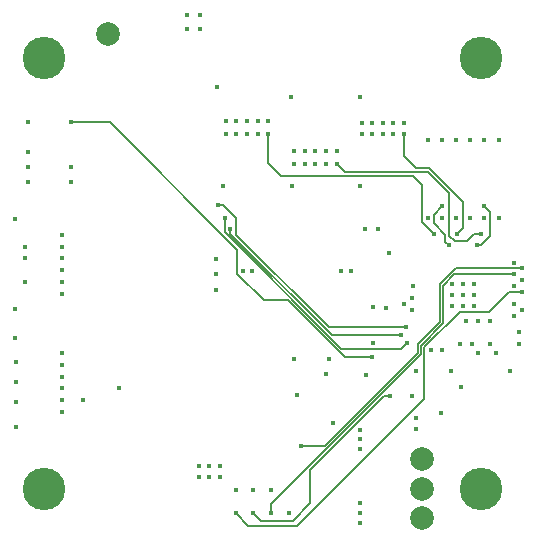
<source format=gbr>
%TF.GenerationSoftware,KiCad,Pcbnew,8.0.7*%
%TF.CreationDate,2025-04-07T22:13:35-04:00*%
%TF.ProjectId,motor-controller,6d6f746f-722d-4636-9f6e-74726f6c6c65,1*%
%TF.SameCoordinates,Original*%
%TF.FileFunction,Copper,L5,Inr*%
%TF.FilePolarity,Positive*%
%FSLAX46Y46*%
G04 Gerber Fmt 4.6, Leading zero omitted, Abs format (unit mm)*
G04 Created by KiCad (PCBNEW 8.0.7) date 2025-04-07 22:13:35*
%MOMM*%
%LPD*%
G01*
G04 APERTURE LIST*
%TA.AperFunction,ComponentPad*%
%ADD10C,3.600000*%
%TD*%
%TA.AperFunction,ViaPad*%
%ADD11C,0.450000*%
%TD*%
%TA.AperFunction,ViaPad*%
%ADD12C,2.000000*%
%TD*%
%TA.AperFunction,Conductor*%
%ADD13C,0.200000*%
%TD*%
%TA.AperFunction,Conductor*%
%ADD14C,0.153000*%
%TD*%
G04 APERTURE END LIST*
D10*
%TO.N,N/C*%
%TO.C,H2*%
X228500000Y-129000000D03*
%TD*%
%TO.N,N/C*%
%TO.C,H1*%
X191500000Y-129000000D03*
%TD*%
%TO.N,N/C*%
%TO.C,H3*%
X191500000Y-165500000D03*
%TD*%
%TO.N,N/C*%
%TO.C,H4*%
X228500000Y-165500000D03*
%TD*%
D11*
%TO.N,/motor_driver/MOTOR_{U}*%
X212700000Y-138000000D03*
X213600000Y-138000000D03*
X216300000Y-136900000D03*
X212700000Y-136900000D03*
X215400000Y-138000000D03*
X215400000Y-136900000D03*
X216300000Y-138000000D03*
X214500000Y-136900000D03*
X228520000Y-143900000D03*
X213600000Y-136900000D03*
X214500000Y-138000000D03*
D12*
%TO.N,GND*%
X223500000Y-165500000D03*
D11*
X227900000Y-149100000D03*
X222800000Y-148350000D03*
X220500000Y-150169999D03*
X189940000Y-148000000D03*
X204650000Y-164550000D03*
X223000000Y-155500000D03*
X227000000Y-149100000D03*
X227000000Y-150000000D03*
X231350000Y-149850000D03*
X189150000Y-154800000D03*
X227900000Y-150000000D03*
X231750000Y-153230000D03*
X189150000Y-158200000D03*
X204650000Y-163550000D03*
X207750000Y-165590001D03*
X224250000Y-153750000D03*
X226100000Y-148200000D03*
X229250000Y-151270000D03*
X227900000Y-148200000D03*
X205500000Y-164550000D03*
X189940000Y-146000000D03*
X212720000Y-154500000D03*
X203600000Y-126600000D03*
X206400000Y-163550000D03*
X203600000Y-125400000D03*
X193000001Y-149000000D03*
X205500000Y-163550000D03*
X206400000Y-164550000D03*
X190180000Y-134460000D03*
X189100000Y-152700000D03*
X216625000Y-147100000D03*
X189125000Y-160300000D03*
X223000000Y-160480000D03*
X189150000Y-156500000D03*
X215350000Y-155800001D03*
X227250000Y-151270000D03*
X215680000Y-154500000D03*
X227000000Y-148200000D03*
X219800000Y-143520000D03*
X204700000Y-125400000D03*
X190180000Y-138270000D03*
X193000001Y-154000000D03*
X189100000Y-142700000D03*
X206100000Y-148650000D03*
X204700000Y-126600000D03*
X222700000Y-157687500D03*
X209250000Y-165600000D03*
X189100000Y-150300000D03*
X190200000Y-137000000D03*
X228250000Y-151270000D03*
X216000000Y-159930000D03*
X226850000Y-156900000D03*
X226100000Y-150000000D03*
X231000000Y-155500000D03*
X226100000Y-149100000D03*
X219350000Y-150140001D03*
X225150000Y-159100000D03*
D12*
%TO.N,+BATT*%
X196900000Y-127000000D03*
D11*
X219350000Y-153159999D03*
X197825000Y-156950000D03*
X225975001Y-155500000D03*
%TO.N,+3V0*%
X225230000Y-153750000D03*
X220725000Y-145540001D03*
X218750000Y-155875001D03*
X218725000Y-143490001D03*
D12*
X223500000Y-163000000D03*
D11*
%TO.N,/motor_driver/MOTOR_{V}*%
X220200000Y-135500000D03*
X222000000Y-135500000D03*
X221100000Y-135500000D03*
X219300000Y-135500000D03*
X218400000Y-135500000D03*
X221100000Y-134500000D03*
X218400000Y-134500000D03*
X220200000Y-134500000D03*
X222000000Y-134500000D03*
X226520000Y-143900000D03*
X219300000Y-134500000D03*
%TO.N,/motor_driver/MOTOR_{W}*%
X210500000Y-135500000D03*
X207800000Y-135500000D03*
X224520000Y-143900000D03*
X209600000Y-134400000D03*
X206900000Y-135500000D03*
X206900000Y-134400000D03*
X207800000Y-134400000D03*
X208700000Y-135500000D03*
X210500000Y-134400000D03*
X209600000Y-135500000D03*
X208700000Y-134400000D03*
%TO.N,/motor_driver/NRST*%
X226750000Y-153250000D03*
X223000000Y-159520000D03*
X193820000Y-134460000D03*
X219250000Y-154375000D03*
%TO.N,/motor_driver/OSC32_N*%
X229250000Y-153250000D03*
%TO.N,/motor_driver/OSC32_P*%
X229750000Y-154000000D03*
%TO.N,/motor_driver/OSC_N*%
X227750000Y-153250000D03*
%TO.N,/motor_driver/OSC_P*%
X228250000Y-154000000D03*
%TO.N,Net-(D1B-K)*%
X228200000Y-144900000D03*
X228800000Y-141590001D03*
%TO.N,Net-(D2B-K)*%
X225800000Y-144900000D03*
X225200000Y-141590001D03*
%TO.N,+3V3*%
X189940001Y-145000000D03*
X231750000Y-152270000D03*
X217525000Y-147100000D03*
X210750000Y-165590001D03*
X190180000Y-139540000D03*
X193000001Y-159000000D03*
X212950000Y-157575000D03*
X194859999Y-158000000D03*
X218250000Y-162150000D03*
X218250000Y-161300000D03*
X218250000Y-160500000D03*
D12*
X223500000Y-168000000D03*
D11*
X193000001Y-144000000D03*
%TO.N,/motor_driver/VEL_ENC_{~{DET}}*%
X222650000Y-150350000D03*
X193000000Y-158000000D03*
%TO.N,/encoder/VEL_ENC.B*%
X222650000Y-149350000D03*
X193000000Y-156000000D03*
%TO.N,/encoder/VEL_ENC.A*%
X222000000Y-149850000D03*
X193000000Y-157000000D03*
%TO.N,/encoder/VEL_ENC.Z*%
X231350000Y-150850000D03*
X193000000Y-155000000D03*
%TO.N,/encoder/MOSI*%
X193000000Y-148000000D03*
X209150000Y-147100000D03*
%TO.N,/encoder/SCK*%
X208350000Y-147100000D03*
X193000000Y-146000000D03*
%TO.N,/encoder/MISO*%
X193000000Y-147000000D03*
X206100000Y-147350000D03*
%TO.N,/encoder/CSn*%
X206100000Y-146050000D03*
X193000000Y-145000000D03*
%TO.N,/BOOT_UART.RST*%
X209250000Y-167575000D03*
X220800000Y-157687500D03*
%TO.N,Net-(Q1-G)*%
X212445000Y-132300000D03*
X228800000Y-142609999D03*
X228800000Y-135990001D03*
%TO.N,Net-(Q2-G)*%
X230000000Y-135990001D03*
X230000000Y-142609999D03*
X212495001Y-139900000D03*
%TO.N,Net-(Q3-G)*%
X218295001Y-132300000D03*
X226400000Y-142609999D03*
X226400000Y-135990001D03*
%TO.N,/motor_driver/LED_{WARN}*%
X232000000Y-150350000D03*
%TO.N,Net-(Q4-G)*%
X227600000Y-142609999D03*
X218295001Y-139900000D03*
X227600000Y-135990001D03*
%TO.N,Net-(Q5-G)*%
X206175000Y-131450000D03*
X224000000Y-142609999D03*
X224000000Y-135990001D03*
%TO.N,Net-(Q6-G)*%
X206695001Y-139900000D03*
X225200000Y-142609999D03*
X225200000Y-135990001D03*
%TO.N,/motor_driver/LED_{FW_READY}*%
X231350000Y-148350000D03*
%TO.N,/motor_driver/LED_{ERROR}*%
X232000000Y-147850000D03*
%TO.N,/motor_driver/HALL_{1}*%
X222250000Y-153153500D03*
X206800000Y-142550000D03*
%TO.N,/motor_driver/HALL_{2}*%
X221750000Y-152525000D03*
X207300000Y-143500000D03*
%TO.N,/motor_driver/HALL_{3}*%
X206250000Y-141500000D03*
X222200000Y-151850000D03*
%TO.N,/BOOT_UART.RX*%
X210750000Y-167575000D03*
X231350000Y-147350000D03*
%TO.N,Net-(J5-Pin_8)*%
X212250000Y-167575000D03*
%TO.N,/BOOT_UART.BOOT0*%
X207750000Y-167575000D03*
X232000000Y-148850000D03*
%TO.N,/motor_driver/SWCLK*%
X213259999Y-161850000D03*
X193820000Y-138270000D03*
X232000000Y-146850000D03*
%TO.N,Net-(J5-Pin_12)*%
X218250000Y-166750000D03*
X218250000Y-168400000D03*
X218250000Y-167575000D03*
%TO.N,/motor_driver/SWDIO*%
X193820000Y-139540000D03*
X231350000Y-146350000D03*
%TD*%
D13*
%TO.N,/motor_driver/MOTOR_{U}*%
X227950000Y-143900000D02*
X227300000Y-144550000D01*
X226277000Y-144550000D02*
X225800000Y-144073000D01*
X224010448Y-138698000D02*
X216998000Y-138698000D01*
X225800000Y-144073000D02*
X225800000Y-140487552D01*
X225800000Y-140487552D02*
X224010448Y-138698000D01*
X228520000Y-143900000D02*
X227950000Y-143900000D01*
X227300000Y-144550000D02*
X226277000Y-144550000D01*
X216998000Y-138698000D02*
X216300000Y-138000000D01*
%TO.N,/motor_driver/MOTOR_{V}*%
X224145896Y-138371000D02*
X223021000Y-138371000D01*
X226975000Y-141200104D02*
X224145896Y-138371000D01*
X223021000Y-138371000D02*
X222000000Y-137350000D01*
X222000000Y-137350000D02*
X222000000Y-135500000D01*
X226520000Y-143900000D02*
X226975000Y-143445000D01*
X226975000Y-143445000D02*
X226975000Y-141200104D01*
%TO.N,/motor_driver/MOTOR_{W}*%
X223496000Y-139746000D02*
X222775000Y-139025000D01*
X223496000Y-142876000D02*
X223496000Y-139746000D01*
X224520000Y-143900000D02*
X223496000Y-142876000D01*
X222775000Y-139025000D02*
X211600000Y-139025000D01*
X211600000Y-139025000D02*
X210500000Y-137925000D01*
X210500000Y-137925000D02*
X210500000Y-135500000D01*
D14*
%TO.N,/motor_driver/NRST*%
X207869500Y-147299030D02*
X207869500Y-145257440D01*
X197072060Y-134460000D02*
X193820000Y-134460000D01*
X207869500Y-145257440D02*
X197072060Y-134460000D01*
X212150000Y-149550000D02*
X210120470Y-149550000D01*
X210120470Y-149550000D02*
X207869500Y-147299030D01*
X219250000Y-154375000D02*
X216975000Y-154375000D01*
X216975000Y-154375000D02*
X212150000Y-149550000D01*
D13*
%TO.N,Net-(D1B-K)*%
X228800000Y-141590001D02*
X229304000Y-142094001D01*
X229304000Y-144096000D02*
X228500000Y-144900000D01*
X229304000Y-142094001D02*
X229304000Y-144096000D01*
X228500000Y-144900000D02*
X228200000Y-144900000D01*
%TO.N,Net-(D2B-K)*%
X224504000Y-142286001D02*
X224504000Y-143029000D01*
X224504000Y-143029000D02*
X225473000Y-143998000D01*
X225473000Y-144573000D02*
X225800000Y-144900000D01*
X225473000Y-143998000D02*
X225473000Y-144573000D01*
X225200000Y-141590001D02*
X224504000Y-142286001D01*
D14*
%TO.N,/BOOT_UART.RST*%
X220262500Y-157687500D02*
X220800000Y-157687500D01*
X214050000Y-163900000D02*
X220262500Y-157687500D01*
X209250000Y-167575000D02*
X209875000Y-168200000D01*
X209875000Y-168200000D02*
X212600000Y-168200000D01*
X212600000Y-168200000D02*
X214050000Y-166750000D01*
X214050000Y-166750000D02*
X214050000Y-163900000D01*
%TO.N,/motor_driver/HALL_{1}*%
X206800000Y-143791960D02*
X216658040Y-153650000D01*
X221753500Y-153650000D02*
X222250000Y-153153500D01*
X216658040Y-153650000D02*
X221753500Y-153650000D01*
X206800000Y-142550000D02*
X206800000Y-143791960D01*
%TO.N,/motor_driver/HALL_{2}*%
X215929020Y-152525000D02*
X221750000Y-152525000D01*
X207300000Y-143500000D02*
X207300000Y-143895980D01*
X207300000Y-143895980D02*
X215929020Y-152525000D01*
%TO.N,/motor_driver/HALL_{3}*%
X215650000Y-151850000D02*
X222200000Y-151850000D01*
X206250000Y-141500000D02*
X206700000Y-141500000D01*
X207800000Y-142600000D02*
X207800000Y-144000000D01*
X206700000Y-141500000D02*
X207800000Y-142600000D01*
X207800000Y-144000000D02*
X215650000Y-151850000D01*
%TO.N,/BOOT_UART.RX*%
X225300000Y-148320470D02*
X225300000Y-151500000D01*
X231350000Y-147350000D02*
X226270470Y-147350000D01*
X223420000Y-154134020D02*
X210750000Y-166804020D01*
X223420000Y-153380000D02*
X223420000Y-154134020D01*
X225300000Y-151500000D02*
X223420000Y-153380000D01*
X210750000Y-166804020D02*
X210750000Y-167575000D01*
X226270470Y-147350000D02*
X225300000Y-148320470D01*
%TO.N,/BOOT_UART.BOOT0*%
X223700000Y-153495980D02*
X223700000Y-157900000D01*
X223700000Y-157900000D02*
X212950000Y-168650000D01*
X230850000Y-148850000D02*
X229200000Y-150500000D01*
X232000000Y-148850000D02*
X230850000Y-148850000D01*
X226695980Y-150500000D02*
X223700000Y-153495980D01*
X212950000Y-168650000D02*
X208825000Y-168650000D01*
X229200000Y-150500000D02*
X226695980Y-150500000D01*
X208825000Y-168650000D02*
X207750000Y-167575000D01*
%TO.N,/motor_driver/SWCLK*%
X225020000Y-148204490D02*
X225020000Y-151384020D01*
X223140000Y-154018040D02*
X215308040Y-161850000D01*
X215308040Y-161850000D02*
X213259999Y-161850000D01*
X232000000Y-146850000D02*
X226374490Y-146850000D01*
X223140000Y-153264020D02*
X223140000Y-154018040D01*
X225020000Y-151384020D02*
X223140000Y-153264020D01*
X226374490Y-146850000D02*
X225020000Y-148204490D01*
%TD*%
M02*

</source>
